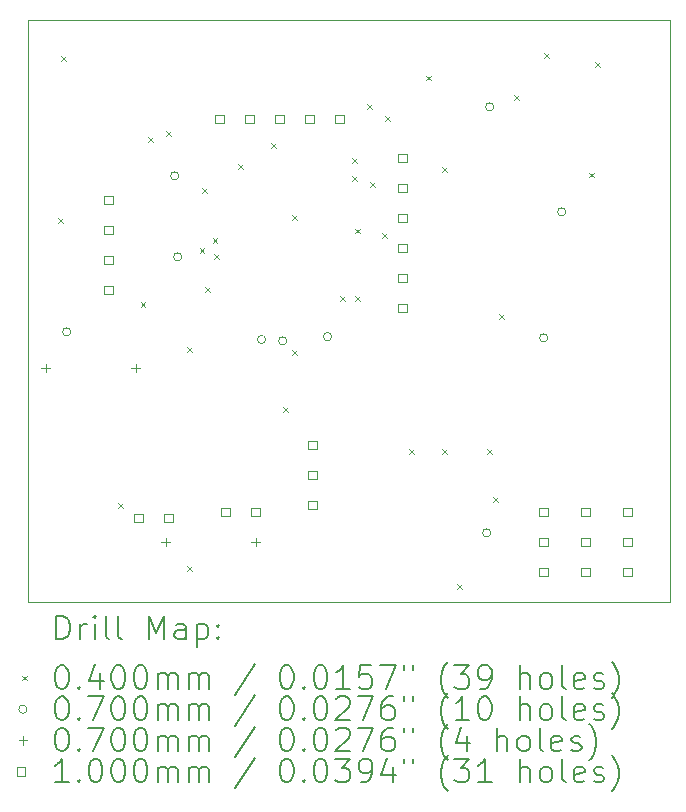
<source format=gbr>
%TF.GenerationSoftware,KiCad,Pcbnew,7.0.1*%
%TF.CreationDate,2023-04-28T23:06:15+02:00*%
%TF.ProjectId,test_ADC_and_CurrentSensors,74657374-5f41-4444-935f-616e645f4375,rev?*%
%TF.SameCoordinates,Original*%
%TF.FileFunction,Drillmap*%
%TF.FilePolarity,Positive*%
%FSLAX45Y45*%
G04 Gerber Fmt 4.5, Leading zero omitted, Abs format (unit mm)*
G04 Created by KiCad (PCBNEW 7.0.1) date 2023-04-28 23:06:15*
%MOMM*%
%LPD*%
G01*
G04 APERTURE LIST*
%ADD10C,0.100000*%
%ADD11C,0.200000*%
%ADD12C,0.040000*%
%ADD13C,0.070000*%
G04 APERTURE END LIST*
D10*
X2413000Y-3073400D02*
X7848600Y-3073400D01*
X7848600Y-8001000D01*
X2413000Y-8001000D01*
X2413000Y-3073400D01*
D11*
D12*
X2672400Y-4755200D02*
X2712400Y-4795200D01*
X2712400Y-4755200D02*
X2672400Y-4795200D01*
X2697800Y-3383600D02*
X2737800Y-3423600D01*
X2737800Y-3383600D02*
X2697800Y-3423600D01*
X3180400Y-7168200D02*
X3220400Y-7208200D01*
X3220400Y-7168200D02*
X3180400Y-7208200D01*
X3370900Y-5466400D02*
X3410900Y-5506400D01*
X3410900Y-5466400D02*
X3370900Y-5506400D01*
X3434400Y-4069400D02*
X3474400Y-4109400D01*
X3474400Y-4069400D02*
X3434400Y-4109400D01*
X3586800Y-4018600D02*
X3626800Y-4058600D01*
X3626800Y-4018600D02*
X3586800Y-4058600D01*
X3764600Y-5847400D02*
X3804600Y-5887400D01*
X3804600Y-5847400D02*
X3764600Y-5887400D01*
X3764600Y-7701600D02*
X3804600Y-7741600D01*
X3804600Y-7701600D02*
X3764600Y-7741600D01*
X3869950Y-5009200D02*
X3909950Y-5049200D01*
X3909950Y-5009200D02*
X3869950Y-5049200D01*
X3891600Y-4501200D02*
X3931600Y-4541200D01*
X3931600Y-4501200D02*
X3891600Y-4541200D01*
X3917000Y-5339400D02*
X3957000Y-5379400D01*
X3957000Y-5339400D02*
X3917000Y-5379400D01*
X3978600Y-4922200D02*
X4018600Y-4962200D01*
X4018600Y-4922200D02*
X3978600Y-4962200D01*
X3993200Y-5060000D02*
X4033200Y-5100000D01*
X4033200Y-5060000D02*
X3993200Y-5100000D01*
X4196400Y-4298000D02*
X4236400Y-4338000D01*
X4236400Y-4298000D02*
X4196400Y-4338000D01*
X4475800Y-4120200D02*
X4515800Y-4160200D01*
X4515800Y-4120200D02*
X4475800Y-4160200D01*
X4577400Y-6355400D02*
X4617400Y-6395400D01*
X4617400Y-6355400D02*
X4577400Y-6395400D01*
X4653600Y-4729800D02*
X4693600Y-4769800D01*
X4693600Y-4729800D02*
X4653600Y-4769800D01*
X4653600Y-5872800D02*
X4693600Y-5912800D01*
X4693600Y-5872800D02*
X4653600Y-5912800D01*
X5060000Y-5415600D02*
X5100000Y-5455600D01*
X5100000Y-5415600D02*
X5060000Y-5455600D01*
X5161600Y-4243817D02*
X5201600Y-4283817D01*
X5201600Y-4243817D02*
X5161600Y-4283817D01*
X5161600Y-4399600D02*
X5201600Y-4439600D01*
X5201600Y-4399600D02*
X5161600Y-4439600D01*
X5187000Y-4842250D02*
X5227000Y-4882250D01*
X5227000Y-4842250D02*
X5187000Y-4882250D01*
X5187000Y-5415600D02*
X5227000Y-5455600D01*
X5227000Y-5415600D02*
X5187000Y-5455600D01*
X5288600Y-3790000D02*
X5328600Y-3830000D01*
X5328600Y-3790000D02*
X5288600Y-3830000D01*
X5314000Y-4450400D02*
X5354000Y-4490400D01*
X5354000Y-4450400D02*
X5314000Y-4490400D01*
X5415600Y-4882200D02*
X5455600Y-4922200D01*
X5455600Y-4882200D02*
X5415600Y-4922200D01*
X5441000Y-3891600D02*
X5481000Y-3931600D01*
X5481000Y-3891600D02*
X5441000Y-3931600D01*
X5644200Y-6711000D02*
X5684200Y-6751000D01*
X5684200Y-6711000D02*
X5644200Y-6751000D01*
X5786250Y-3546350D02*
X5826250Y-3586350D01*
X5826250Y-3546350D02*
X5786250Y-3586350D01*
X5923600Y-4323400D02*
X5963600Y-4363400D01*
X5963600Y-4323400D02*
X5923600Y-4363400D01*
X5923600Y-6711000D02*
X5963600Y-6751000D01*
X5963600Y-6711000D02*
X5923600Y-6751000D01*
X6050600Y-7854000D02*
X6090600Y-7894000D01*
X6090600Y-7854000D02*
X6050600Y-7894000D01*
X6304600Y-6711000D02*
X6344600Y-6751000D01*
X6344600Y-6711000D02*
X6304600Y-6751000D01*
X6355400Y-7117400D02*
X6395400Y-7157400D01*
X6395400Y-7117400D02*
X6355400Y-7157400D01*
X6406200Y-5568000D02*
X6446200Y-5608000D01*
X6446200Y-5568000D02*
X6406200Y-5608000D01*
X6533200Y-3713800D02*
X6573200Y-3753800D01*
X6573200Y-3713800D02*
X6533200Y-3753800D01*
X6785050Y-3356050D02*
X6825050Y-3396050D01*
X6825050Y-3356050D02*
X6785050Y-3396050D01*
X7168200Y-4367200D02*
X7208200Y-4407200D01*
X7208200Y-4367200D02*
X7168200Y-4407200D01*
X7219000Y-3434400D02*
X7259000Y-3474400D01*
X7259000Y-3434400D02*
X7219000Y-3474400D01*
D13*
X2778200Y-5715000D02*
G75*
G03*
X2778200Y-5715000I-35000J0D01*
G01*
X3692600Y-4394200D02*
G75*
G03*
X3692600Y-4394200I-35000J0D01*
G01*
X3718000Y-5080000D02*
G75*
G03*
X3718000Y-5080000I-35000J0D01*
G01*
X4429200Y-5779550D02*
G75*
G03*
X4429200Y-5779550I-35000J0D01*
G01*
X4607000Y-5791200D02*
G75*
G03*
X4607000Y-5791200I-35000J0D01*
G01*
X4988000Y-5756040D02*
G75*
G03*
X4988000Y-5756040I-35000J0D01*
G01*
X6334200Y-7416800D02*
G75*
G03*
X6334200Y-7416800I-35000J0D01*
G01*
X6359600Y-3810000D02*
G75*
G03*
X6359600Y-3810000I-35000J0D01*
G01*
X6816800Y-5765800D02*
G75*
G03*
X6816800Y-5765800I-35000J0D01*
G01*
X6969200Y-4699000D02*
G75*
G03*
X6969200Y-4699000I-35000J0D01*
G01*
X2565400Y-5984800D02*
X2565400Y-6054800D01*
X2530400Y-6019800D02*
X2600400Y-6019800D01*
X3327400Y-5984800D02*
X3327400Y-6054800D01*
X3292400Y-6019800D02*
X3362400Y-6019800D01*
X3581400Y-7458000D02*
X3581400Y-7528000D01*
X3546400Y-7493000D02*
X3616400Y-7493000D01*
X4343400Y-7458000D02*
X4343400Y-7528000D01*
X4308400Y-7493000D02*
X4378400Y-7493000D01*
D10*
X3134156Y-4632756D02*
X3134156Y-4562044D01*
X3063444Y-4562044D01*
X3063444Y-4632756D01*
X3134156Y-4632756D01*
X3134156Y-4886756D02*
X3134156Y-4816044D01*
X3063444Y-4816044D01*
X3063444Y-4886756D01*
X3134156Y-4886756D01*
X3134156Y-5140756D02*
X3134156Y-5070044D01*
X3063444Y-5070044D01*
X3063444Y-5140756D01*
X3134156Y-5140756D01*
X3134156Y-5394756D02*
X3134156Y-5324044D01*
X3063444Y-5324044D01*
X3063444Y-5394756D01*
X3134156Y-5394756D01*
X3387656Y-7325156D02*
X3387656Y-7254444D01*
X3316944Y-7254444D01*
X3316944Y-7325156D01*
X3387656Y-7325156D01*
X3641656Y-7325156D02*
X3641656Y-7254444D01*
X3570944Y-7254444D01*
X3570944Y-7325156D01*
X3641656Y-7325156D01*
X4073956Y-3946956D02*
X4073956Y-3876244D01*
X4003244Y-3876244D01*
X4003244Y-3946956D01*
X4073956Y-3946956D01*
X4124256Y-7274356D02*
X4124256Y-7203644D01*
X4053544Y-7203644D01*
X4053544Y-7274356D01*
X4124256Y-7274356D01*
X4327956Y-3946956D02*
X4327956Y-3876244D01*
X4257244Y-3876244D01*
X4257244Y-3946956D01*
X4327956Y-3946956D01*
X4378256Y-7274356D02*
X4378256Y-7203644D01*
X4307544Y-7203644D01*
X4307544Y-7274356D01*
X4378256Y-7274356D01*
X4581956Y-3946956D02*
X4581956Y-3876244D01*
X4511244Y-3876244D01*
X4511244Y-3946956D01*
X4581956Y-3946956D01*
X4835956Y-3946956D02*
X4835956Y-3876244D01*
X4765244Y-3876244D01*
X4765244Y-3946956D01*
X4835956Y-3946956D01*
X4861356Y-6707556D02*
X4861356Y-6636844D01*
X4790644Y-6636844D01*
X4790644Y-6707556D01*
X4861356Y-6707556D01*
X4861356Y-6961556D02*
X4861356Y-6890844D01*
X4790644Y-6890844D01*
X4790644Y-6961556D01*
X4861356Y-6961556D01*
X4861356Y-7215556D02*
X4861356Y-7144844D01*
X4790644Y-7144844D01*
X4790644Y-7215556D01*
X4861356Y-7215556D01*
X5089956Y-3946956D02*
X5089956Y-3876244D01*
X5019244Y-3876244D01*
X5019244Y-3946956D01*
X5089956Y-3946956D01*
X5623356Y-4277156D02*
X5623356Y-4206444D01*
X5552644Y-4206444D01*
X5552644Y-4277156D01*
X5623356Y-4277156D01*
X5623356Y-4531156D02*
X5623356Y-4460444D01*
X5552644Y-4460444D01*
X5552644Y-4531156D01*
X5623356Y-4531156D01*
X5623356Y-4785156D02*
X5623356Y-4714444D01*
X5552644Y-4714444D01*
X5552644Y-4785156D01*
X5623356Y-4785156D01*
X5623356Y-5039156D02*
X5623356Y-4968444D01*
X5552644Y-4968444D01*
X5552644Y-5039156D01*
X5623356Y-5039156D01*
X5623356Y-5293156D02*
X5623356Y-5222444D01*
X5552644Y-5222444D01*
X5552644Y-5293156D01*
X5623356Y-5293156D01*
X5623356Y-5547156D02*
X5623356Y-5476444D01*
X5552644Y-5476444D01*
X5552644Y-5547156D01*
X5623356Y-5547156D01*
X6817156Y-7274356D02*
X6817156Y-7203644D01*
X6746444Y-7203644D01*
X6746444Y-7274356D01*
X6817156Y-7274356D01*
X6817156Y-7528356D02*
X6817156Y-7457644D01*
X6746444Y-7457644D01*
X6746444Y-7528356D01*
X6817156Y-7528356D01*
X6817156Y-7782356D02*
X6817156Y-7711644D01*
X6746444Y-7711644D01*
X6746444Y-7782356D01*
X6817156Y-7782356D01*
X7172756Y-7274356D02*
X7172756Y-7203644D01*
X7102044Y-7203644D01*
X7102044Y-7274356D01*
X7172756Y-7274356D01*
X7172756Y-7528356D02*
X7172756Y-7457644D01*
X7102044Y-7457644D01*
X7102044Y-7528356D01*
X7172756Y-7528356D01*
X7172756Y-7782356D02*
X7172756Y-7711644D01*
X7102044Y-7711644D01*
X7102044Y-7782356D01*
X7172756Y-7782356D01*
X7528356Y-7274356D02*
X7528356Y-7203644D01*
X7457644Y-7203644D01*
X7457644Y-7274356D01*
X7528356Y-7274356D01*
X7528356Y-7528356D02*
X7528356Y-7457644D01*
X7457644Y-7457644D01*
X7457644Y-7528356D01*
X7528356Y-7528356D01*
X7528356Y-7782356D02*
X7528356Y-7711644D01*
X7457644Y-7711644D01*
X7457644Y-7782356D01*
X7528356Y-7782356D01*
D11*
X2655619Y-8318524D02*
X2655619Y-8118524D01*
X2655619Y-8118524D02*
X2703238Y-8118524D01*
X2703238Y-8118524D02*
X2731810Y-8128048D01*
X2731810Y-8128048D02*
X2750857Y-8147095D01*
X2750857Y-8147095D02*
X2760381Y-8166143D01*
X2760381Y-8166143D02*
X2769905Y-8204238D01*
X2769905Y-8204238D02*
X2769905Y-8232809D01*
X2769905Y-8232809D02*
X2760381Y-8270905D01*
X2760381Y-8270905D02*
X2750857Y-8289952D01*
X2750857Y-8289952D02*
X2731810Y-8309000D01*
X2731810Y-8309000D02*
X2703238Y-8318524D01*
X2703238Y-8318524D02*
X2655619Y-8318524D01*
X2855619Y-8318524D02*
X2855619Y-8185190D01*
X2855619Y-8223286D02*
X2865143Y-8204238D01*
X2865143Y-8204238D02*
X2874667Y-8194714D01*
X2874667Y-8194714D02*
X2893714Y-8185190D01*
X2893714Y-8185190D02*
X2912762Y-8185190D01*
X2979428Y-8318524D02*
X2979428Y-8185190D01*
X2979428Y-8118524D02*
X2969905Y-8128048D01*
X2969905Y-8128048D02*
X2979428Y-8137571D01*
X2979428Y-8137571D02*
X2988952Y-8128048D01*
X2988952Y-8128048D02*
X2979428Y-8118524D01*
X2979428Y-8118524D02*
X2979428Y-8137571D01*
X3103238Y-8318524D02*
X3084190Y-8309000D01*
X3084190Y-8309000D02*
X3074667Y-8289952D01*
X3074667Y-8289952D02*
X3074667Y-8118524D01*
X3208000Y-8318524D02*
X3188952Y-8309000D01*
X3188952Y-8309000D02*
X3179428Y-8289952D01*
X3179428Y-8289952D02*
X3179428Y-8118524D01*
X3436571Y-8318524D02*
X3436571Y-8118524D01*
X3436571Y-8118524D02*
X3503238Y-8261381D01*
X3503238Y-8261381D02*
X3569905Y-8118524D01*
X3569905Y-8118524D02*
X3569905Y-8318524D01*
X3750857Y-8318524D02*
X3750857Y-8213762D01*
X3750857Y-8213762D02*
X3741333Y-8194714D01*
X3741333Y-8194714D02*
X3722286Y-8185190D01*
X3722286Y-8185190D02*
X3684190Y-8185190D01*
X3684190Y-8185190D02*
X3665143Y-8194714D01*
X3750857Y-8309000D02*
X3731809Y-8318524D01*
X3731809Y-8318524D02*
X3684190Y-8318524D01*
X3684190Y-8318524D02*
X3665143Y-8309000D01*
X3665143Y-8309000D02*
X3655619Y-8289952D01*
X3655619Y-8289952D02*
X3655619Y-8270905D01*
X3655619Y-8270905D02*
X3665143Y-8251857D01*
X3665143Y-8251857D02*
X3684190Y-8242333D01*
X3684190Y-8242333D02*
X3731809Y-8242333D01*
X3731809Y-8242333D02*
X3750857Y-8232809D01*
X3846095Y-8185190D02*
X3846095Y-8385190D01*
X3846095Y-8194714D02*
X3865143Y-8185190D01*
X3865143Y-8185190D02*
X3903238Y-8185190D01*
X3903238Y-8185190D02*
X3922286Y-8194714D01*
X3922286Y-8194714D02*
X3931809Y-8204238D01*
X3931809Y-8204238D02*
X3941333Y-8223286D01*
X3941333Y-8223286D02*
X3941333Y-8280428D01*
X3941333Y-8280428D02*
X3931809Y-8299476D01*
X3931809Y-8299476D02*
X3922286Y-8309000D01*
X3922286Y-8309000D02*
X3903238Y-8318524D01*
X3903238Y-8318524D02*
X3865143Y-8318524D01*
X3865143Y-8318524D02*
X3846095Y-8309000D01*
X4027048Y-8299476D02*
X4036571Y-8309000D01*
X4036571Y-8309000D02*
X4027048Y-8318524D01*
X4027048Y-8318524D02*
X4017524Y-8309000D01*
X4017524Y-8309000D02*
X4027048Y-8299476D01*
X4027048Y-8299476D02*
X4027048Y-8318524D01*
X4027048Y-8194714D02*
X4036571Y-8204238D01*
X4036571Y-8204238D02*
X4027048Y-8213762D01*
X4027048Y-8213762D02*
X4017524Y-8204238D01*
X4017524Y-8204238D02*
X4027048Y-8194714D01*
X4027048Y-8194714D02*
X4027048Y-8213762D01*
D12*
X2368000Y-8626000D02*
X2408000Y-8666000D01*
X2408000Y-8626000D02*
X2368000Y-8666000D01*
D11*
X2693714Y-8538524D02*
X2712762Y-8538524D01*
X2712762Y-8538524D02*
X2731810Y-8548048D01*
X2731810Y-8548048D02*
X2741333Y-8557571D01*
X2741333Y-8557571D02*
X2750857Y-8576619D01*
X2750857Y-8576619D02*
X2760381Y-8614714D01*
X2760381Y-8614714D02*
X2760381Y-8662333D01*
X2760381Y-8662333D02*
X2750857Y-8700429D01*
X2750857Y-8700429D02*
X2741333Y-8719476D01*
X2741333Y-8719476D02*
X2731810Y-8729000D01*
X2731810Y-8729000D02*
X2712762Y-8738524D01*
X2712762Y-8738524D02*
X2693714Y-8738524D01*
X2693714Y-8738524D02*
X2674667Y-8729000D01*
X2674667Y-8729000D02*
X2665143Y-8719476D01*
X2665143Y-8719476D02*
X2655619Y-8700429D01*
X2655619Y-8700429D02*
X2646095Y-8662333D01*
X2646095Y-8662333D02*
X2646095Y-8614714D01*
X2646095Y-8614714D02*
X2655619Y-8576619D01*
X2655619Y-8576619D02*
X2665143Y-8557571D01*
X2665143Y-8557571D02*
X2674667Y-8548048D01*
X2674667Y-8548048D02*
X2693714Y-8538524D01*
X2846095Y-8719476D02*
X2855619Y-8729000D01*
X2855619Y-8729000D02*
X2846095Y-8738524D01*
X2846095Y-8738524D02*
X2836571Y-8729000D01*
X2836571Y-8729000D02*
X2846095Y-8719476D01*
X2846095Y-8719476D02*
X2846095Y-8738524D01*
X3027048Y-8605190D02*
X3027048Y-8738524D01*
X2979428Y-8529000D02*
X2931809Y-8671857D01*
X2931809Y-8671857D02*
X3055619Y-8671857D01*
X3169905Y-8538524D02*
X3188952Y-8538524D01*
X3188952Y-8538524D02*
X3208000Y-8548048D01*
X3208000Y-8548048D02*
X3217524Y-8557571D01*
X3217524Y-8557571D02*
X3227048Y-8576619D01*
X3227048Y-8576619D02*
X3236571Y-8614714D01*
X3236571Y-8614714D02*
X3236571Y-8662333D01*
X3236571Y-8662333D02*
X3227048Y-8700429D01*
X3227048Y-8700429D02*
X3217524Y-8719476D01*
X3217524Y-8719476D02*
X3208000Y-8729000D01*
X3208000Y-8729000D02*
X3188952Y-8738524D01*
X3188952Y-8738524D02*
X3169905Y-8738524D01*
X3169905Y-8738524D02*
X3150857Y-8729000D01*
X3150857Y-8729000D02*
X3141333Y-8719476D01*
X3141333Y-8719476D02*
X3131809Y-8700429D01*
X3131809Y-8700429D02*
X3122286Y-8662333D01*
X3122286Y-8662333D02*
X3122286Y-8614714D01*
X3122286Y-8614714D02*
X3131809Y-8576619D01*
X3131809Y-8576619D02*
X3141333Y-8557571D01*
X3141333Y-8557571D02*
X3150857Y-8548048D01*
X3150857Y-8548048D02*
X3169905Y-8538524D01*
X3360381Y-8538524D02*
X3379429Y-8538524D01*
X3379429Y-8538524D02*
X3398476Y-8548048D01*
X3398476Y-8548048D02*
X3408000Y-8557571D01*
X3408000Y-8557571D02*
X3417524Y-8576619D01*
X3417524Y-8576619D02*
X3427048Y-8614714D01*
X3427048Y-8614714D02*
X3427048Y-8662333D01*
X3427048Y-8662333D02*
X3417524Y-8700429D01*
X3417524Y-8700429D02*
X3408000Y-8719476D01*
X3408000Y-8719476D02*
X3398476Y-8729000D01*
X3398476Y-8729000D02*
X3379429Y-8738524D01*
X3379429Y-8738524D02*
X3360381Y-8738524D01*
X3360381Y-8738524D02*
X3341333Y-8729000D01*
X3341333Y-8729000D02*
X3331809Y-8719476D01*
X3331809Y-8719476D02*
X3322286Y-8700429D01*
X3322286Y-8700429D02*
X3312762Y-8662333D01*
X3312762Y-8662333D02*
X3312762Y-8614714D01*
X3312762Y-8614714D02*
X3322286Y-8576619D01*
X3322286Y-8576619D02*
X3331809Y-8557571D01*
X3331809Y-8557571D02*
X3341333Y-8548048D01*
X3341333Y-8548048D02*
X3360381Y-8538524D01*
X3512762Y-8738524D02*
X3512762Y-8605190D01*
X3512762Y-8624238D02*
X3522286Y-8614714D01*
X3522286Y-8614714D02*
X3541333Y-8605190D01*
X3541333Y-8605190D02*
X3569905Y-8605190D01*
X3569905Y-8605190D02*
X3588952Y-8614714D01*
X3588952Y-8614714D02*
X3598476Y-8633762D01*
X3598476Y-8633762D02*
X3598476Y-8738524D01*
X3598476Y-8633762D02*
X3608000Y-8614714D01*
X3608000Y-8614714D02*
X3627048Y-8605190D01*
X3627048Y-8605190D02*
X3655619Y-8605190D01*
X3655619Y-8605190D02*
X3674667Y-8614714D01*
X3674667Y-8614714D02*
X3684190Y-8633762D01*
X3684190Y-8633762D02*
X3684190Y-8738524D01*
X3779429Y-8738524D02*
X3779429Y-8605190D01*
X3779429Y-8624238D02*
X3788952Y-8614714D01*
X3788952Y-8614714D02*
X3808000Y-8605190D01*
X3808000Y-8605190D02*
X3836571Y-8605190D01*
X3836571Y-8605190D02*
X3855619Y-8614714D01*
X3855619Y-8614714D02*
X3865143Y-8633762D01*
X3865143Y-8633762D02*
X3865143Y-8738524D01*
X3865143Y-8633762D02*
X3874667Y-8614714D01*
X3874667Y-8614714D02*
X3893714Y-8605190D01*
X3893714Y-8605190D02*
X3922286Y-8605190D01*
X3922286Y-8605190D02*
X3941333Y-8614714D01*
X3941333Y-8614714D02*
X3950857Y-8633762D01*
X3950857Y-8633762D02*
X3950857Y-8738524D01*
X4341333Y-8529000D02*
X4169905Y-8786143D01*
X4598476Y-8538524D02*
X4617524Y-8538524D01*
X4617524Y-8538524D02*
X4636572Y-8548048D01*
X4636572Y-8548048D02*
X4646095Y-8557571D01*
X4646095Y-8557571D02*
X4655619Y-8576619D01*
X4655619Y-8576619D02*
X4665143Y-8614714D01*
X4665143Y-8614714D02*
X4665143Y-8662333D01*
X4665143Y-8662333D02*
X4655619Y-8700429D01*
X4655619Y-8700429D02*
X4646095Y-8719476D01*
X4646095Y-8719476D02*
X4636572Y-8729000D01*
X4636572Y-8729000D02*
X4617524Y-8738524D01*
X4617524Y-8738524D02*
X4598476Y-8738524D01*
X4598476Y-8738524D02*
X4579429Y-8729000D01*
X4579429Y-8729000D02*
X4569905Y-8719476D01*
X4569905Y-8719476D02*
X4560381Y-8700429D01*
X4560381Y-8700429D02*
X4550857Y-8662333D01*
X4550857Y-8662333D02*
X4550857Y-8614714D01*
X4550857Y-8614714D02*
X4560381Y-8576619D01*
X4560381Y-8576619D02*
X4569905Y-8557571D01*
X4569905Y-8557571D02*
X4579429Y-8548048D01*
X4579429Y-8548048D02*
X4598476Y-8538524D01*
X4750857Y-8719476D02*
X4760381Y-8729000D01*
X4760381Y-8729000D02*
X4750857Y-8738524D01*
X4750857Y-8738524D02*
X4741334Y-8729000D01*
X4741334Y-8729000D02*
X4750857Y-8719476D01*
X4750857Y-8719476D02*
X4750857Y-8738524D01*
X4884191Y-8538524D02*
X4903238Y-8538524D01*
X4903238Y-8538524D02*
X4922286Y-8548048D01*
X4922286Y-8548048D02*
X4931810Y-8557571D01*
X4931810Y-8557571D02*
X4941334Y-8576619D01*
X4941334Y-8576619D02*
X4950857Y-8614714D01*
X4950857Y-8614714D02*
X4950857Y-8662333D01*
X4950857Y-8662333D02*
X4941334Y-8700429D01*
X4941334Y-8700429D02*
X4931810Y-8719476D01*
X4931810Y-8719476D02*
X4922286Y-8729000D01*
X4922286Y-8729000D02*
X4903238Y-8738524D01*
X4903238Y-8738524D02*
X4884191Y-8738524D01*
X4884191Y-8738524D02*
X4865143Y-8729000D01*
X4865143Y-8729000D02*
X4855619Y-8719476D01*
X4855619Y-8719476D02*
X4846095Y-8700429D01*
X4846095Y-8700429D02*
X4836572Y-8662333D01*
X4836572Y-8662333D02*
X4836572Y-8614714D01*
X4836572Y-8614714D02*
X4846095Y-8576619D01*
X4846095Y-8576619D02*
X4855619Y-8557571D01*
X4855619Y-8557571D02*
X4865143Y-8548048D01*
X4865143Y-8548048D02*
X4884191Y-8538524D01*
X5141334Y-8738524D02*
X5027048Y-8738524D01*
X5084191Y-8738524D02*
X5084191Y-8538524D01*
X5084191Y-8538524D02*
X5065143Y-8567095D01*
X5065143Y-8567095D02*
X5046095Y-8586143D01*
X5046095Y-8586143D02*
X5027048Y-8595667D01*
X5322286Y-8538524D02*
X5227048Y-8538524D01*
X5227048Y-8538524D02*
X5217524Y-8633762D01*
X5217524Y-8633762D02*
X5227048Y-8624238D01*
X5227048Y-8624238D02*
X5246095Y-8614714D01*
X5246095Y-8614714D02*
X5293715Y-8614714D01*
X5293715Y-8614714D02*
X5312762Y-8624238D01*
X5312762Y-8624238D02*
X5322286Y-8633762D01*
X5322286Y-8633762D02*
X5331810Y-8652810D01*
X5331810Y-8652810D02*
X5331810Y-8700429D01*
X5331810Y-8700429D02*
X5322286Y-8719476D01*
X5322286Y-8719476D02*
X5312762Y-8729000D01*
X5312762Y-8729000D02*
X5293715Y-8738524D01*
X5293715Y-8738524D02*
X5246095Y-8738524D01*
X5246095Y-8738524D02*
X5227048Y-8729000D01*
X5227048Y-8729000D02*
X5217524Y-8719476D01*
X5398476Y-8538524D02*
X5531810Y-8538524D01*
X5531810Y-8538524D02*
X5446095Y-8738524D01*
X5598476Y-8538524D02*
X5598476Y-8576619D01*
X5674667Y-8538524D02*
X5674667Y-8576619D01*
X5969905Y-8814714D02*
X5960381Y-8805190D01*
X5960381Y-8805190D02*
X5941334Y-8776619D01*
X5941334Y-8776619D02*
X5931810Y-8757571D01*
X5931810Y-8757571D02*
X5922286Y-8729000D01*
X5922286Y-8729000D02*
X5912762Y-8681381D01*
X5912762Y-8681381D02*
X5912762Y-8643286D01*
X5912762Y-8643286D02*
X5922286Y-8595667D01*
X5922286Y-8595667D02*
X5931810Y-8567095D01*
X5931810Y-8567095D02*
X5941334Y-8548048D01*
X5941334Y-8548048D02*
X5960381Y-8519476D01*
X5960381Y-8519476D02*
X5969905Y-8509952D01*
X6027048Y-8538524D02*
X6150857Y-8538524D01*
X6150857Y-8538524D02*
X6084191Y-8614714D01*
X6084191Y-8614714D02*
X6112762Y-8614714D01*
X6112762Y-8614714D02*
X6131810Y-8624238D01*
X6131810Y-8624238D02*
X6141334Y-8633762D01*
X6141334Y-8633762D02*
X6150857Y-8652810D01*
X6150857Y-8652810D02*
X6150857Y-8700429D01*
X6150857Y-8700429D02*
X6141334Y-8719476D01*
X6141334Y-8719476D02*
X6131810Y-8729000D01*
X6131810Y-8729000D02*
X6112762Y-8738524D01*
X6112762Y-8738524D02*
X6055619Y-8738524D01*
X6055619Y-8738524D02*
X6036572Y-8729000D01*
X6036572Y-8729000D02*
X6027048Y-8719476D01*
X6246095Y-8738524D02*
X6284191Y-8738524D01*
X6284191Y-8738524D02*
X6303238Y-8729000D01*
X6303238Y-8729000D02*
X6312762Y-8719476D01*
X6312762Y-8719476D02*
X6331810Y-8690905D01*
X6331810Y-8690905D02*
X6341334Y-8652810D01*
X6341334Y-8652810D02*
X6341334Y-8576619D01*
X6341334Y-8576619D02*
X6331810Y-8557571D01*
X6331810Y-8557571D02*
X6322286Y-8548048D01*
X6322286Y-8548048D02*
X6303238Y-8538524D01*
X6303238Y-8538524D02*
X6265143Y-8538524D01*
X6265143Y-8538524D02*
X6246095Y-8548048D01*
X6246095Y-8548048D02*
X6236572Y-8557571D01*
X6236572Y-8557571D02*
X6227048Y-8576619D01*
X6227048Y-8576619D02*
X6227048Y-8624238D01*
X6227048Y-8624238D02*
X6236572Y-8643286D01*
X6236572Y-8643286D02*
X6246095Y-8652810D01*
X6246095Y-8652810D02*
X6265143Y-8662333D01*
X6265143Y-8662333D02*
X6303238Y-8662333D01*
X6303238Y-8662333D02*
X6322286Y-8652810D01*
X6322286Y-8652810D02*
X6331810Y-8643286D01*
X6331810Y-8643286D02*
X6341334Y-8624238D01*
X6579429Y-8738524D02*
X6579429Y-8538524D01*
X6665143Y-8738524D02*
X6665143Y-8633762D01*
X6665143Y-8633762D02*
X6655619Y-8614714D01*
X6655619Y-8614714D02*
X6636572Y-8605190D01*
X6636572Y-8605190D02*
X6608000Y-8605190D01*
X6608000Y-8605190D02*
X6588953Y-8614714D01*
X6588953Y-8614714D02*
X6579429Y-8624238D01*
X6788953Y-8738524D02*
X6769905Y-8729000D01*
X6769905Y-8729000D02*
X6760381Y-8719476D01*
X6760381Y-8719476D02*
X6750857Y-8700429D01*
X6750857Y-8700429D02*
X6750857Y-8643286D01*
X6750857Y-8643286D02*
X6760381Y-8624238D01*
X6760381Y-8624238D02*
X6769905Y-8614714D01*
X6769905Y-8614714D02*
X6788953Y-8605190D01*
X6788953Y-8605190D02*
X6817524Y-8605190D01*
X6817524Y-8605190D02*
X6836572Y-8614714D01*
X6836572Y-8614714D02*
X6846096Y-8624238D01*
X6846096Y-8624238D02*
X6855619Y-8643286D01*
X6855619Y-8643286D02*
X6855619Y-8700429D01*
X6855619Y-8700429D02*
X6846096Y-8719476D01*
X6846096Y-8719476D02*
X6836572Y-8729000D01*
X6836572Y-8729000D02*
X6817524Y-8738524D01*
X6817524Y-8738524D02*
X6788953Y-8738524D01*
X6969905Y-8738524D02*
X6950857Y-8729000D01*
X6950857Y-8729000D02*
X6941334Y-8709952D01*
X6941334Y-8709952D02*
X6941334Y-8538524D01*
X7122286Y-8729000D02*
X7103238Y-8738524D01*
X7103238Y-8738524D02*
X7065143Y-8738524D01*
X7065143Y-8738524D02*
X7046096Y-8729000D01*
X7046096Y-8729000D02*
X7036572Y-8709952D01*
X7036572Y-8709952D02*
X7036572Y-8633762D01*
X7036572Y-8633762D02*
X7046096Y-8614714D01*
X7046096Y-8614714D02*
X7065143Y-8605190D01*
X7065143Y-8605190D02*
X7103238Y-8605190D01*
X7103238Y-8605190D02*
X7122286Y-8614714D01*
X7122286Y-8614714D02*
X7131810Y-8633762D01*
X7131810Y-8633762D02*
X7131810Y-8652810D01*
X7131810Y-8652810D02*
X7036572Y-8671857D01*
X7208000Y-8729000D02*
X7227048Y-8738524D01*
X7227048Y-8738524D02*
X7265143Y-8738524D01*
X7265143Y-8738524D02*
X7284191Y-8729000D01*
X7284191Y-8729000D02*
X7293715Y-8709952D01*
X7293715Y-8709952D02*
X7293715Y-8700429D01*
X7293715Y-8700429D02*
X7284191Y-8681381D01*
X7284191Y-8681381D02*
X7265143Y-8671857D01*
X7265143Y-8671857D02*
X7236572Y-8671857D01*
X7236572Y-8671857D02*
X7217524Y-8662333D01*
X7217524Y-8662333D02*
X7208000Y-8643286D01*
X7208000Y-8643286D02*
X7208000Y-8633762D01*
X7208000Y-8633762D02*
X7217524Y-8614714D01*
X7217524Y-8614714D02*
X7236572Y-8605190D01*
X7236572Y-8605190D02*
X7265143Y-8605190D01*
X7265143Y-8605190D02*
X7284191Y-8614714D01*
X7360381Y-8814714D02*
X7369905Y-8805190D01*
X7369905Y-8805190D02*
X7388953Y-8776619D01*
X7388953Y-8776619D02*
X7398477Y-8757571D01*
X7398477Y-8757571D02*
X7408000Y-8729000D01*
X7408000Y-8729000D02*
X7417524Y-8681381D01*
X7417524Y-8681381D02*
X7417524Y-8643286D01*
X7417524Y-8643286D02*
X7408000Y-8595667D01*
X7408000Y-8595667D02*
X7398477Y-8567095D01*
X7398477Y-8567095D02*
X7388953Y-8548048D01*
X7388953Y-8548048D02*
X7369905Y-8519476D01*
X7369905Y-8519476D02*
X7360381Y-8509952D01*
D13*
X2408000Y-8910000D02*
G75*
G03*
X2408000Y-8910000I-35000J0D01*
G01*
D11*
X2693714Y-8802524D02*
X2712762Y-8802524D01*
X2712762Y-8802524D02*
X2731810Y-8812048D01*
X2731810Y-8812048D02*
X2741333Y-8821571D01*
X2741333Y-8821571D02*
X2750857Y-8840619D01*
X2750857Y-8840619D02*
X2760381Y-8878714D01*
X2760381Y-8878714D02*
X2760381Y-8926333D01*
X2760381Y-8926333D02*
X2750857Y-8964429D01*
X2750857Y-8964429D02*
X2741333Y-8983476D01*
X2741333Y-8983476D02*
X2731810Y-8993000D01*
X2731810Y-8993000D02*
X2712762Y-9002524D01*
X2712762Y-9002524D02*
X2693714Y-9002524D01*
X2693714Y-9002524D02*
X2674667Y-8993000D01*
X2674667Y-8993000D02*
X2665143Y-8983476D01*
X2665143Y-8983476D02*
X2655619Y-8964429D01*
X2655619Y-8964429D02*
X2646095Y-8926333D01*
X2646095Y-8926333D02*
X2646095Y-8878714D01*
X2646095Y-8878714D02*
X2655619Y-8840619D01*
X2655619Y-8840619D02*
X2665143Y-8821571D01*
X2665143Y-8821571D02*
X2674667Y-8812048D01*
X2674667Y-8812048D02*
X2693714Y-8802524D01*
X2846095Y-8983476D02*
X2855619Y-8993000D01*
X2855619Y-8993000D02*
X2846095Y-9002524D01*
X2846095Y-9002524D02*
X2836571Y-8993000D01*
X2836571Y-8993000D02*
X2846095Y-8983476D01*
X2846095Y-8983476D02*
X2846095Y-9002524D01*
X2922286Y-8802524D02*
X3055619Y-8802524D01*
X3055619Y-8802524D02*
X2969905Y-9002524D01*
X3169905Y-8802524D02*
X3188952Y-8802524D01*
X3188952Y-8802524D02*
X3208000Y-8812048D01*
X3208000Y-8812048D02*
X3217524Y-8821571D01*
X3217524Y-8821571D02*
X3227048Y-8840619D01*
X3227048Y-8840619D02*
X3236571Y-8878714D01*
X3236571Y-8878714D02*
X3236571Y-8926333D01*
X3236571Y-8926333D02*
X3227048Y-8964429D01*
X3227048Y-8964429D02*
X3217524Y-8983476D01*
X3217524Y-8983476D02*
X3208000Y-8993000D01*
X3208000Y-8993000D02*
X3188952Y-9002524D01*
X3188952Y-9002524D02*
X3169905Y-9002524D01*
X3169905Y-9002524D02*
X3150857Y-8993000D01*
X3150857Y-8993000D02*
X3141333Y-8983476D01*
X3141333Y-8983476D02*
X3131809Y-8964429D01*
X3131809Y-8964429D02*
X3122286Y-8926333D01*
X3122286Y-8926333D02*
X3122286Y-8878714D01*
X3122286Y-8878714D02*
X3131809Y-8840619D01*
X3131809Y-8840619D02*
X3141333Y-8821571D01*
X3141333Y-8821571D02*
X3150857Y-8812048D01*
X3150857Y-8812048D02*
X3169905Y-8802524D01*
X3360381Y-8802524D02*
X3379429Y-8802524D01*
X3379429Y-8802524D02*
X3398476Y-8812048D01*
X3398476Y-8812048D02*
X3408000Y-8821571D01*
X3408000Y-8821571D02*
X3417524Y-8840619D01*
X3417524Y-8840619D02*
X3427048Y-8878714D01*
X3427048Y-8878714D02*
X3427048Y-8926333D01*
X3427048Y-8926333D02*
X3417524Y-8964429D01*
X3417524Y-8964429D02*
X3408000Y-8983476D01*
X3408000Y-8983476D02*
X3398476Y-8993000D01*
X3398476Y-8993000D02*
X3379429Y-9002524D01*
X3379429Y-9002524D02*
X3360381Y-9002524D01*
X3360381Y-9002524D02*
X3341333Y-8993000D01*
X3341333Y-8993000D02*
X3331809Y-8983476D01*
X3331809Y-8983476D02*
X3322286Y-8964429D01*
X3322286Y-8964429D02*
X3312762Y-8926333D01*
X3312762Y-8926333D02*
X3312762Y-8878714D01*
X3312762Y-8878714D02*
X3322286Y-8840619D01*
X3322286Y-8840619D02*
X3331809Y-8821571D01*
X3331809Y-8821571D02*
X3341333Y-8812048D01*
X3341333Y-8812048D02*
X3360381Y-8802524D01*
X3512762Y-9002524D02*
X3512762Y-8869190D01*
X3512762Y-8888238D02*
X3522286Y-8878714D01*
X3522286Y-8878714D02*
X3541333Y-8869190D01*
X3541333Y-8869190D02*
X3569905Y-8869190D01*
X3569905Y-8869190D02*
X3588952Y-8878714D01*
X3588952Y-8878714D02*
X3598476Y-8897762D01*
X3598476Y-8897762D02*
X3598476Y-9002524D01*
X3598476Y-8897762D02*
X3608000Y-8878714D01*
X3608000Y-8878714D02*
X3627048Y-8869190D01*
X3627048Y-8869190D02*
X3655619Y-8869190D01*
X3655619Y-8869190D02*
X3674667Y-8878714D01*
X3674667Y-8878714D02*
X3684190Y-8897762D01*
X3684190Y-8897762D02*
X3684190Y-9002524D01*
X3779429Y-9002524D02*
X3779429Y-8869190D01*
X3779429Y-8888238D02*
X3788952Y-8878714D01*
X3788952Y-8878714D02*
X3808000Y-8869190D01*
X3808000Y-8869190D02*
X3836571Y-8869190D01*
X3836571Y-8869190D02*
X3855619Y-8878714D01*
X3855619Y-8878714D02*
X3865143Y-8897762D01*
X3865143Y-8897762D02*
X3865143Y-9002524D01*
X3865143Y-8897762D02*
X3874667Y-8878714D01*
X3874667Y-8878714D02*
X3893714Y-8869190D01*
X3893714Y-8869190D02*
X3922286Y-8869190D01*
X3922286Y-8869190D02*
X3941333Y-8878714D01*
X3941333Y-8878714D02*
X3950857Y-8897762D01*
X3950857Y-8897762D02*
X3950857Y-9002524D01*
X4341333Y-8793000D02*
X4169905Y-9050143D01*
X4598476Y-8802524D02*
X4617524Y-8802524D01*
X4617524Y-8802524D02*
X4636572Y-8812048D01*
X4636572Y-8812048D02*
X4646095Y-8821571D01*
X4646095Y-8821571D02*
X4655619Y-8840619D01*
X4655619Y-8840619D02*
X4665143Y-8878714D01*
X4665143Y-8878714D02*
X4665143Y-8926333D01*
X4665143Y-8926333D02*
X4655619Y-8964429D01*
X4655619Y-8964429D02*
X4646095Y-8983476D01*
X4646095Y-8983476D02*
X4636572Y-8993000D01*
X4636572Y-8993000D02*
X4617524Y-9002524D01*
X4617524Y-9002524D02*
X4598476Y-9002524D01*
X4598476Y-9002524D02*
X4579429Y-8993000D01*
X4579429Y-8993000D02*
X4569905Y-8983476D01*
X4569905Y-8983476D02*
X4560381Y-8964429D01*
X4560381Y-8964429D02*
X4550857Y-8926333D01*
X4550857Y-8926333D02*
X4550857Y-8878714D01*
X4550857Y-8878714D02*
X4560381Y-8840619D01*
X4560381Y-8840619D02*
X4569905Y-8821571D01*
X4569905Y-8821571D02*
X4579429Y-8812048D01*
X4579429Y-8812048D02*
X4598476Y-8802524D01*
X4750857Y-8983476D02*
X4760381Y-8993000D01*
X4760381Y-8993000D02*
X4750857Y-9002524D01*
X4750857Y-9002524D02*
X4741334Y-8993000D01*
X4741334Y-8993000D02*
X4750857Y-8983476D01*
X4750857Y-8983476D02*
X4750857Y-9002524D01*
X4884191Y-8802524D02*
X4903238Y-8802524D01*
X4903238Y-8802524D02*
X4922286Y-8812048D01*
X4922286Y-8812048D02*
X4931810Y-8821571D01*
X4931810Y-8821571D02*
X4941334Y-8840619D01*
X4941334Y-8840619D02*
X4950857Y-8878714D01*
X4950857Y-8878714D02*
X4950857Y-8926333D01*
X4950857Y-8926333D02*
X4941334Y-8964429D01*
X4941334Y-8964429D02*
X4931810Y-8983476D01*
X4931810Y-8983476D02*
X4922286Y-8993000D01*
X4922286Y-8993000D02*
X4903238Y-9002524D01*
X4903238Y-9002524D02*
X4884191Y-9002524D01*
X4884191Y-9002524D02*
X4865143Y-8993000D01*
X4865143Y-8993000D02*
X4855619Y-8983476D01*
X4855619Y-8983476D02*
X4846095Y-8964429D01*
X4846095Y-8964429D02*
X4836572Y-8926333D01*
X4836572Y-8926333D02*
X4836572Y-8878714D01*
X4836572Y-8878714D02*
X4846095Y-8840619D01*
X4846095Y-8840619D02*
X4855619Y-8821571D01*
X4855619Y-8821571D02*
X4865143Y-8812048D01*
X4865143Y-8812048D02*
X4884191Y-8802524D01*
X5027048Y-8821571D02*
X5036572Y-8812048D01*
X5036572Y-8812048D02*
X5055619Y-8802524D01*
X5055619Y-8802524D02*
X5103238Y-8802524D01*
X5103238Y-8802524D02*
X5122286Y-8812048D01*
X5122286Y-8812048D02*
X5131810Y-8821571D01*
X5131810Y-8821571D02*
X5141334Y-8840619D01*
X5141334Y-8840619D02*
X5141334Y-8859667D01*
X5141334Y-8859667D02*
X5131810Y-8888238D01*
X5131810Y-8888238D02*
X5017524Y-9002524D01*
X5017524Y-9002524D02*
X5141334Y-9002524D01*
X5208000Y-8802524D02*
X5341334Y-8802524D01*
X5341334Y-8802524D02*
X5255619Y-9002524D01*
X5503238Y-8802524D02*
X5465143Y-8802524D01*
X5465143Y-8802524D02*
X5446095Y-8812048D01*
X5446095Y-8812048D02*
X5436572Y-8821571D01*
X5436572Y-8821571D02*
X5417524Y-8850143D01*
X5417524Y-8850143D02*
X5408000Y-8888238D01*
X5408000Y-8888238D02*
X5408000Y-8964429D01*
X5408000Y-8964429D02*
X5417524Y-8983476D01*
X5417524Y-8983476D02*
X5427048Y-8993000D01*
X5427048Y-8993000D02*
X5446095Y-9002524D01*
X5446095Y-9002524D02*
X5484191Y-9002524D01*
X5484191Y-9002524D02*
X5503238Y-8993000D01*
X5503238Y-8993000D02*
X5512762Y-8983476D01*
X5512762Y-8983476D02*
X5522286Y-8964429D01*
X5522286Y-8964429D02*
X5522286Y-8916810D01*
X5522286Y-8916810D02*
X5512762Y-8897762D01*
X5512762Y-8897762D02*
X5503238Y-8888238D01*
X5503238Y-8888238D02*
X5484191Y-8878714D01*
X5484191Y-8878714D02*
X5446095Y-8878714D01*
X5446095Y-8878714D02*
X5427048Y-8888238D01*
X5427048Y-8888238D02*
X5417524Y-8897762D01*
X5417524Y-8897762D02*
X5408000Y-8916810D01*
X5598476Y-8802524D02*
X5598476Y-8840619D01*
X5674667Y-8802524D02*
X5674667Y-8840619D01*
X5969905Y-9078714D02*
X5960381Y-9069190D01*
X5960381Y-9069190D02*
X5941334Y-9040619D01*
X5941334Y-9040619D02*
X5931810Y-9021571D01*
X5931810Y-9021571D02*
X5922286Y-8993000D01*
X5922286Y-8993000D02*
X5912762Y-8945381D01*
X5912762Y-8945381D02*
X5912762Y-8907286D01*
X5912762Y-8907286D02*
X5922286Y-8859667D01*
X5922286Y-8859667D02*
X5931810Y-8831095D01*
X5931810Y-8831095D02*
X5941334Y-8812048D01*
X5941334Y-8812048D02*
X5960381Y-8783476D01*
X5960381Y-8783476D02*
X5969905Y-8773952D01*
X6150857Y-9002524D02*
X6036572Y-9002524D01*
X6093714Y-9002524D02*
X6093714Y-8802524D01*
X6093714Y-8802524D02*
X6074667Y-8831095D01*
X6074667Y-8831095D02*
X6055619Y-8850143D01*
X6055619Y-8850143D02*
X6036572Y-8859667D01*
X6274667Y-8802524D02*
X6293715Y-8802524D01*
X6293715Y-8802524D02*
X6312762Y-8812048D01*
X6312762Y-8812048D02*
X6322286Y-8821571D01*
X6322286Y-8821571D02*
X6331810Y-8840619D01*
X6331810Y-8840619D02*
X6341334Y-8878714D01*
X6341334Y-8878714D02*
X6341334Y-8926333D01*
X6341334Y-8926333D02*
X6331810Y-8964429D01*
X6331810Y-8964429D02*
X6322286Y-8983476D01*
X6322286Y-8983476D02*
X6312762Y-8993000D01*
X6312762Y-8993000D02*
X6293715Y-9002524D01*
X6293715Y-9002524D02*
X6274667Y-9002524D01*
X6274667Y-9002524D02*
X6255619Y-8993000D01*
X6255619Y-8993000D02*
X6246095Y-8983476D01*
X6246095Y-8983476D02*
X6236572Y-8964429D01*
X6236572Y-8964429D02*
X6227048Y-8926333D01*
X6227048Y-8926333D02*
X6227048Y-8878714D01*
X6227048Y-8878714D02*
X6236572Y-8840619D01*
X6236572Y-8840619D02*
X6246095Y-8821571D01*
X6246095Y-8821571D02*
X6255619Y-8812048D01*
X6255619Y-8812048D02*
X6274667Y-8802524D01*
X6579429Y-9002524D02*
X6579429Y-8802524D01*
X6665143Y-9002524D02*
X6665143Y-8897762D01*
X6665143Y-8897762D02*
X6655619Y-8878714D01*
X6655619Y-8878714D02*
X6636572Y-8869190D01*
X6636572Y-8869190D02*
X6608000Y-8869190D01*
X6608000Y-8869190D02*
X6588953Y-8878714D01*
X6588953Y-8878714D02*
X6579429Y-8888238D01*
X6788953Y-9002524D02*
X6769905Y-8993000D01*
X6769905Y-8993000D02*
X6760381Y-8983476D01*
X6760381Y-8983476D02*
X6750857Y-8964429D01*
X6750857Y-8964429D02*
X6750857Y-8907286D01*
X6750857Y-8907286D02*
X6760381Y-8888238D01*
X6760381Y-8888238D02*
X6769905Y-8878714D01*
X6769905Y-8878714D02*
X6788953Y-8869190D01*
X6788953Y-8869190D02*
X6817524Y-8869190D01*
X6817524Y-8869190D02*
X6836572Y-8878714D01*
X6836572Y-8878714D02*
X6846096Y-8888238D01*
X6846096Y-8888238D02*
X6855619Y-8907286D01*
X6855619Y-8907286D02*
X6855619Y-8964429D01*
X6855619Y-8964429D02*
X6846096Y-8983476D01*
X6846096Y-8983476D02*
X6836572Y-8993000D01*
X6836572Y-8993000D02*
X6817524Y-9002524D01*
X6817524Y-9002524D02*
X6788953Y-9002524D01*
X6969905Y-9002524D02*
X6950857Y-8993000D01*
X6950857Y-8993000D02*
X6941334Y-8973952D01*
X6941334Y-8973952D02*
X6941334Y-8802524D01*
X7122286Y-8993000D02*
X7103238Y-9002524D01*
X7103238Y-9002524D02*
X7065143Y-9002524D01*
X7065143Y-9002524D02*
X7046096Y-8993000D01*
X7046096Y-8993000D02*
X7036572Y-8973952D01*
X7036572Y-8973952D02*
X7036572Y-8897762D01*
X7036572Y-8897762D02*
X7046096Y-8878714D01*
X7046096Y-8878714D02*
X7065143Y-8869190D01*
X7065143Y-8869190D02*
X7103238Y-8869190D01*
X7103238Y-8869190D02*
X7122286Y-8878714D01*
X7122286Y-8878714D02*
X7131810Y-8897762D01*
X7131810Y-8897762D02*
X7131810Y-8916810D01*
X7131810Y-8916810D02*
X7036572Y-8935857D01*
X7208000Y-8993000D02*
X7227048Y-9002524D01*
X7227048Y-9002524D02*
X7265143Y-9002524D01*
X7265143Y-9002524D02*
X7284191Y-8993000D01*
X7284191Y-8993000D02*
X7293715Y-8973952D01*
X7293715Y-8973952D02*
X7293715Y-8964429D01*
X7293715Y-8964429D02*
X7284191Y-8945381D01*
X7284191Y-8945381D02*
X7265143Y-8935857D01*
X7265143Y-8935857D02*
X7236572Y-8935857D01*
X7236572Y-8935857D02*
X7217524Y-8926333D01*
X7217524Y-8926333D02*
X7208000Y-8907286D01*
X7208000Y-8907286D02*
X7208000Y-8897762D01*
X7208000Y-8897762D02*
X7217524Y-8878714D01*
X7217524Y-8878714D02*
X7236572Y-8869190D01*
X7236572Y-8869190D02*
X7265143Y-8869190D01*
X7265143Y-8869190D02*
X7284191Y-8878714D01*
X7360381Y-9078714D02*
X7369905Y-9069190D01*
X7369905Y-9069190D02*
X7388953Y-9040619D01*
X7388953Y-9040619D02*
X7398477Y-9021571D01*
X7398477Y-9021571D02*
X7408000Y-8993000D01*
X7408000Y-8993000D02*
X7417524Y-8945381D01*
X7417524Y-8945381D02*
X7417524Y-8907286D01*
X7417524Y-8907286D02*
X7408000Y-8859667D01*
X7408000Y-8859667D02*
X7398477Y-8831095D01*
X7398477Y-8831095D02*
X7388953Y-8812048D01*
X7388953Y-8812048D02*
X7369905Y-8783476D01*
X7369905Y-8783476D02*
X7360381Y-8773952D01*
D13*
X2373000Y-9139000D02*
X2373000Y-9209000D01*
X2338000Y-9174000D02*
X2408000Y-9174000D01*
D11*
X2693714Y-9066524D02*
X2712762Y-9066524D01*
X2712762Y-9066524D02*
X2731810Y-9076048D01*
X2731810Y-9076048D02*
X2741333Y-9085571D01*
X2741333Y-9085571D02*
X2750857Y-9104619D01*
X2750857Y-9104619D02*
X2760381Y-9142714D01*
X2760381Y-9142714D02*
X2760381Y-9190333D01*
X2760381Y-9190333D02*
X2750857Y-9228429D01*
X2750857Y-9228429D02*
X2741333Y-9247476D01*
X2741333Y-9247476D02*
X2731810Y-9257000D01*
X2731810Y-9257000D02*
X2712762Y-9266524D01*
X2712762Y-9266524D02*
X2693714Y-9266524D01*
X2693714Y-9266524D02*
X2674667Y-9257000D01*
X2674667Y-9257000D02*
X2665143Y-9247476D01*
X2665143Y-9247476D02*
X2655619Y-9228429D01*
X2655619Y-9228429D02*
X2646095Y-9190333D01*
X2646095Y-9190333D02*
X2646095Y-9142714D01*
X2646095Y-9142714D02*
X2655619Y-9104619D01*
X2655619Y-9104619D02*
X2665143Y-9085571D01*
X2665143Y-9085571D02*
X2674667Y-9076048D01*
X2674667Y-9076048D02*
X2693714Y-9066524D01*
X2846095Y-9247476D02*
X2855619Y-9257000D01*
X2855619Y-9257000D02*
X2846095Y-9266524D01*
X2846095Y-9266524D02*
X2836571Y-9257000D01*
X2836571Y-9257000D02*
X2846095Y-9247476D01*
X2846095Y-9247476D02*
X2846095Y-9266524D01*
X2922286Y-9066524D02*
X3055619Y-9066524D01*
X3055619Y-9066524D02*
X2969905Y-9266524D01*
X3169905Y-9066524D02*
X3188952Y-9066524D01*
X3188952Y-9066524D02*
X3208000Y-9076048D01*
X3208000Y-9076048D02*
X3217524Y-9085571D01*
X3217524Y-9085571D02*
X3227048Y-9104619D01*
X3227048Y-9104619D02*
X3236571Y-9142714D01*
X3236571Y-9142714D02*
X3236571Y-9190333D01*
X3236571Y-9190333D02*
X3227048Y-9228429D01*
X3227048Y-9228429D02*
X3217524Y-9247476D01*
X3217524Y-9247476D02*
X3208000Y-9257000D01*
X3208000Y-9257000D02*
X3188952Y-9266524D01*
X3188952Y-9266524D02*
X3169905Y-9266524D01*
X3169905Y-9266524D02*
X3150857Y-9257000D01*
X3150857Y-9257000D02*
X3141333Y-9247476D01*
X3141333Y-9247476D02*
X3131809Y-9228429D01*
X3131809Y-9228429D02*
X3122286Y-9190333D01*
X3122286Y-9190333D02*
X3122286Y-9142714D01*
X3122286Y-9142714D02*
X3131809Y-9104619D01*
X3131809Y-9104619D02*
X3141333Y-9085571D01*
X3141333Y-9085571D02*
X3150857Y-9076048D01*
X3150857Y-9076048D02*
X3169905Y-9066524D01*
X3360381Y-9066524D02*
X3379429Y-9066524D01*
X3379429Y-9066524D02*
X3398476Y-9076048D01*
X3398476Y-9076048D02*
X3408000Y-9085571D01*
X3408000Y-9085571D02*
X3417524Y-9104619D01*
X3417524Y-9104619D02*
X3427048Y-9142714D01*
X3427048Y-9142714D02*
X3427048Y-9190333D01*
X3427048Y-9190333D02*
X3417524Y-9228429D01*
X3417524Y-9228429D02*
X3408000Y-9247476D01*
X3408000Y-9247476D02*
X3398476Y-9257000D01*
X3398476Y-9257000D02*
X3379429Y-9266524D01*
X3379429Y-9266524D02*
X3360381Y-9266524D01*
X3360381Y-9266524D02*
X3341333Y-9257000D01*
X3341333Y-9257000D02*
X3331809Y-9247476D01*
X3331809Y-9247476D02*
X3322286Y-9228429D01*
X3322286Y-9228429D02*
X3312762Y-9190333D01*
X3312762Y-9190333D02*
X3312762Y-9142714D01*
X3312762Y-9142714D02*
X3322286Y-9104619D01*
X3322286Y-9104619D02*
X3331809Y-9085571D01*
X3331809Y-9085571D02*
X3341333Y-9076048D01*
X3341333Y-9076048D02*
X3360381Y-9066524D01*
X3512762Y-9266524D02*
X3512762Y-9133190D01*
X3512762Y-9152238D02*
X3522286Y-9142714D01*
X3522286Y-9142714D02*
X3541333Y-9133190D01*
X3541333Y-9133190D02*
X3569905Y-9133190D01*
X3569905Y-9133190D02*
X3588952Y-9142714D01*
X3588952Y-9142714D02*
X3598476Y-9161762D01*
X3598476Y-9161762D02*
X3598476Y-9266524D01*
X3598476Y-9161762D02*
X3608000Y-9142714D01*
X3608000Y-9142714D02*
X3627048Y-9133190D01*
X3627048Y-9133190D02*
X3655619Y-9133190D01*
X3655619Y-9133190D02*
X3674667Y-9142714D01*
X3674667Y-9142714D02*
X3684190Y-9161762D01*
X3684190Y-9161762D02*
X3684190Y-9266524D01*
X3779429Y-9266524D02*
X3779429Y-9133190D01*
X3779429Y-9152238D02*
X3788952Y-9142714D01*
X3788952Y-9142714D02*
X3808000Y-9133190D01*
X3808000Y-9133190D02*
X3836571Y-9133190D01*
X3836571Y-9133190D02*
X3855619Y-9142714D01*
X3855619Y-9142714D02*
X3865143Y-9161762D01*
X3865143Y-9161762D02*
X3865143Y-9266524D01*
X3865143Y-9161762D02*
X3874667Y-9142714D01*
X3874667Y-9142714D02*
X3893714Y-9133190D01*
X3893714Y-9133190D02*
X3922286Y-9133190D01*
X3922286Y-9133190D02*
X3941333Y-9142714D01*
X3941333Y-9142714D02*
X3950857Y-9161762D01*
X3950857Y-9161762D02*
X3950857Y-9266524D01*
X4341333Y-9057000D02*
X4169905Y-9314143D01*
X4598476Y-9066524D02*
X4617524Y-9066524D01*
X4617524Y-9066524D02*
X4636572Y-9076048D01*
X4636572Y-9076048D02*
X4646095Y-9085571D01*
X4646095Y-9085571D02*
X4655619Y-9104619D01*
X4655619Y-9104619D02*
X4665143Y-9142714D01*
X4665143Y-9142714D02*
X4665143Y-9190333D01*
X4665143Y-9190333D02*
X4655619Y-9228429D01*
X4655619Y-9228429D02*
X4646095Y-9247476D01*
X4646095Y-9247476D02*
X4636572Y-9257000D01*
X4636572Y-9257000D02*
X4617524Y-9266524D01*
X4617524Y-9266524D02*
X4598476Y-9266524D01*
X4598476Y-9266524D02*
X4579429Y-9257000D01*
X4579429Y-9257000D02*
X4569905Y-9247476D01*
X4569905Y-9247476D02*
X4560381Y-9228429D01*
X4560381Y-9228429D02*
X4550857Y-9190333D01*
X4550857Y-9190333D02*
X4550857Y-9142714D01*
X4550857Y-9142714D02*
X4560381Y-9104619D01*
X4560381Y-9104619D02*
X4569905Y-9085571D01*
X4569905Y-9085571D02*
X4579429Y-9076048D01*
X4579429Y-9076048D02*
X4598476Y-9066524D01*
X4750857Y-9247476D02*
X4760381Y-9257000D01*
X4760381Y-9257000D02*
X4750857Y-9266524D01*
X4750857Y-9266524D02*
X4741334Y-9257000D01*
X4741334Y-9257000D02*
X4750857Y-9247476D01*
X4750857Y-9247476D02*
X4750857Y-9266524D01*
X4884191Y-9066524D02*
X4903238Y-9066524D01*
X4903238Y-9066524D02*
X4922286Y-9076048D01*
X4922286Y-9076048D02*
X4931810Y-9085571D01*
X4931810Y-9085571D02*
X4941334Y-9104619D01*
X4941334Y-9104619D02*
X4950857Y-9142714D01*
X4950857Y-9142714D02*
X4950857Y-9190333D01*
X4950857Y-9190333D02*
X4941334Y-9228429D01*
X4941334Y-9228429D02*
X4931810Y-9247476D01*
X4931810Y-9247476D02*
X4922286Y-9257000D01*
X4922286Y-9257000D02*
X4903238Y-9266524D01*
X4903238Y-9266524D02*
X4884191Y-9266524D01*
X4884191Y-9266524D02*
X4865143Y-9257000D01*
X4865143Y-9257000D02*
X4855619Y-9247476D01*
X4855619Y-9247476D02*
X4846095Y-9228429D01*
X4846095Y-9228429D02*
X4836572Y-9190333D01*
X4836572Y-9190333D02*
X4836572Y-9142714D01*
X4836572Y-9142714D02*
X4846095Y-9104619D01*
X4846095Y-9104619D02*
X4855619Y-9085571D01*
X4855619Y-9085571D02*
X4865143Y-9076048D01*
X4865143Y-9076048D02*
X4884191Y-9066524D01*
X5027048Y-9085571D02*
X5036572Y-9076048D01*
X5036572Y-9076048D02*
X5055619Y-9066524D01*
X5055619Y-9066524D02*
X5103238Y-9066524D01*
X5103238Y-9066524D02*
X5122286Y-9076048D01*
X5122286Y-9076048D02*
X5131810Y-9085571D01*
X5131810Y-9085571D02*
X5141334Y-9104619D01*
X5141334Y-9104619D02*
X5141334Y-9123667D01*
X5141334Y-9123667D02*
X5131810Y-9152238D01*
X5131810Y-9152238D02*
X5017524Y-9266524D01*
X5017524Y-9266524D02*
X5141334Y-9266524D01*
X5208000Y-9066524D02*
X5341334Y-9066524D01*
X5341334Y-9066524D02*
X5255619Y-9266524D01*
X5503238Y-9066524D02*
X5465143Y-9066524D01*
X5465143Y-9066524D02*
X5446095Y-9076048D01*
X5446095Y-9076048D02*
X5436572Y-9085571D01*
X5436572Y-9085571D02*
X5417524Y-9114143D01*
X5417524Y-9114143D02*
X5408000Y-9152238D01*
X5408000Y-9152238D02*
X5408000Y-9228429D01*
X5408000Y-9228429D02*
X5417524Y-9247476D01*
X5417524Y-9247476D02*
X5427048Y-9257000D01*
X5427048Y-9257000D02*
X5446095Y-9266524D01*
X5446095Y-9266524D02*
X5484191Y-9266524D01*
X5484191Y-9266524D02*
X5503238Y-9257000D01*
X5503238Y-9257000D02*
X5512762Y-9247476D01*
X5512762Y-9247476D02*
X5522286Y-9228429D01*
X5522286Y-9228429D02*
X5522286Y-9180810D01*
X5522286Y-9180810D02*
X5512762Y-9161762D01*
X5512762Y-9161762D02*
X5503238Y-9152238D01*
X5503238Y-9152238D02*
X5484191Y-9142714D01*
X5484191Y-9142714D02*
X5446095Y-9142714D01*
X5446095Y-9142714D02*
X5427048Y-9152238D01*
X5427048Y-9152238D02*
X5417524Y-9161762D01*
X5417524Y-9161762D02*
X5408000Y-9180810D01*
X5598476Y-9066524D02*
X5598476Y-9104619D01*
X5674667Y-9066524D02*
X5674667Y-9104619D01*
X5969905Y-9342714D02*
X5960381Y-9333190D01*
X5960381Y-9333190D02*
X5941334Y-9304619D01*
X5941334Y-9304619D02*
X5931810Y-9285571D01*
X5931810Y-9285571D02*
X5922286Y-9257000D01*
X5922286Y-9257000D02*
X5912762Y-9209381D01*
X5912762Y-9209381D02*
X5912762Y-9171286D01*
X5912762Y-9171286D02*
X5922286Y-9123667D01*
X5922286Y-9123667D02*
X5931810Y-9095095D01*
X5931810Y-9095095D02*
X5941334Y-9076048D01*
X5941334Y-9076048D02*
X5960381Y-9047476D01*
X5960381Y-9047476D02*
X5969905Y-9037952D01*
X6131810Y-9133190D02*
X6131810Y-9266524D01*
X6084191Y-9057000D02*
X6036572Y-9199857D01*
X6036572Y-9199857D02*
X6160381Y-9199857D01*
X6388953Y-9266524D02*
X6388953Y-9066524D01*
X6474667Y-9266524D02*
X6474667Y-9161762D01*
X6474667Y-9161762D02*
X6465143Y-9142714D01*
X6465143Y-9142714D02*
X6446096Y-9133190D01*
X6446096Y-9133190D02*
X6417524Y-9133190D01*
X6417524Y-9133190D02*
X6398476Y-9142714D01*
X6398476Y-9142714D02*
X6388953Y-9152238D01*
X6598476Y-9266524D02*
X6579429Y-9257000D01*
X6579429Y-9257000D02*
X6569905Y-9247476D01*
X6569905Y-9247476D02*
X6560381Y-9228429D01*
X6560381Y-9228429D02*
X6560381Y-9171286D01*
X6560381Y-9171286D02*
X6569905Y-9152238D01*
X6569905Y-9152238D02*
X6579429Y-9142714D01*
X6579429Y-9142714D02*
X6598476Y-9133190D01*
X6598476Y-9133190D02*
X6627048Y-9133190D01*
X6627048Y-9133190D02*
X6646096Y-9142714D01*
X6646096Y-9142714D02*
X6655619Y-9152238D01*
X6655619Y-9152238D02*
X6665143Y-9171286D01*
X6665143Y-9171286D02*
X6665143Y-9228429D01*
X6665143Y-9228429D02*
X6655619Y-9247476D01*
X6655619Y-9247476D02*
X6646096Y-9257000D01*
X6646096Y-9257000D02*
X6627048Y-9266524D01*
X6627048Y-9266524D02*
X6598476Y-9266524D01*
X6779429Y-9266524D02*
X6760381Y-9257000D01*
X6760381Y-9257000D02*
X6750857Y-9237952D01*
X6750857Y-9237952D02*
X6750857Y-9066524D01*
X6931810Y-9257000D02*
X6912762Y-9266524D01*
X6912762Y-9266524D02*
X6874667Y-9266524D01*
X6874667Y-9266524D02*
X6855619Y-9257000D01*
X6855619Y-9257000D02*
X6846096Y-9237952D01*
X6846096Y-9237952D02*
X6846096Y-9161762D01*
X6846096Y-9161762D02*
X6855619Y-9142714D01*
X6855619Y-9142714D02*
X6874667Y-9133190D01*
X6874667Y-9133190D02*
X6912762Y-9133190D01*
X6912762Y-9133190D02*
X6931810Y-9142714D01*
X6931810Y-9142714D02*
X6941334Y-9161762D01*
X6941334Y-9161762D02*
X6941334Y-9180810D01*
X6941334Y-9180810D02*
X6846096Y-9199857D01*
X7017524Y-9257000D02*
X7036572Y-9266524D01*
X7036572Y-9266524D02*
X7074667Y-9266524D01*
X7074667Y-9266524D02*
X7093715Y-9257000D01*
X7093715Y-9257000D02*
X7103238Y-9237952D01*
X7103238Y-9237952D02*
X7103238Y-9228429D01*
X7103238Y-9228429D02*
X7093715Y-9209381D01*
X7093715Y-9209381D02*
X7074667Y-9199857D01*
X7074667Y-9199857D02*
X7046096Y-9199857D01*
X7046096Y-9199857D02*
X7027048Y-9190333D01*
X7027048Y-9190333D02*
X7017524Y-9171286D01*
X7017524Y-9171286D02*
X7017524Y-9161762D01*
X7017524Y-9161762D02*
X7027048Y-9142714D01*
X7027048Y-9142714D02*
X7046096Y-9133190D01*
X7046096Y-9133190D02*
X7074667Y-9133190D01*
X7074667Y-9133190D02*
X7093715Y-9142714D01*
X7169905Y-9342714D02*
X7179429Y-9333190D01*
X7179429Y-9333190D02*
X7198477Y-9304619D01*
X7198477Y-9304619D02*
X7208000Y-9285571D01*
X7208000Y-9285571D02*
X7217524Y-9257000D01*
X7217524Y-9257000D02*
X7227048Y-9209381D01*
X7227048Y-9209381D02*
X7227048Y-9171286D01*
X7227048Y-9171286D02*
X7217524Y-9123667D01*
X7217524Y-9123667D02*
X7208000Y-9095095D01*
X7208000Y-9095095D02*
X7198477Y-9076048D01*
X7198477Y-9076048D02*
X7179429Y-9047476D01*
X7179429Y-9047476D02*
X7169905Y-9037952D01*
D10*
X2393356Y-9473356D02*
X2393356Y-9402644D01*
X2322644Y-9402644D01*
X2322644Y-9473356D01*
X2393356Y-9473356D01*
D11*
X2760381Y-9530524D02*
X2646095Y-9530524D01*
X2703238Y-9530524D02*
X2703238Y-9330524D01*
X2703238Y-9330524D02*
X2684190Y-9359095D01*
X2684190Y-9359095D02*
X2665143Y-9378143D01*
X2665143Y-9378143D02*
X2646095Y-9387667D01*
X2846095Y-9511476D02*
X2855619Y-9521000D01*
X2855619Y-9521000D02*
X2846095Y-9530524D01*
X2846095Y-9530524D02*
X2836571Y-9521000D01*
X2836571Y-9521000D02*
X2846095Y-9511476D01*
X2846095Y-9511476D02*
X2846095Y-9530524D01*
X2979428Y-9330524D02*
X2998476Y-9330524D01*
X2998476Y-9330524D02*
X3017524Y-9340048D01*
X3017524Y-9340048D02*
X3027048Y-9349571D01*
X3027048Y-9349571D02*
X3036571Y-9368619D01*
X3036571Y-9368619D02*
X3046095Y-9406714D01*
X3046095Y-9406714D02*
X3046095Y-9454333D01*
X3046095Y-9454333D02*
X3036571Y-9492429D01*
X3036571Y-9492429D02*
X3027048Y-9511476D01*
X3027048Y-9511476D02*
X3017524Y-9521000D01*
X3017524Y-9521000D02*
X2998476Y-9530524D01*
X2998476Y-9530524D02*
X2979428Y-9530524D01*
X2979428Y-9530524D02*
X2960381Y-9521000D01*
X2960381Y-9521000D02*
X2950857Y-9511476D01*
X2950857Y-9511476D02*
X2941333Y-9492429D01*
X2941333Y-9492429D02*
X2931809Y-9454333D01*
X2931809Y-9454333D02*
X2931809Y-9406714D01*
X2931809Y-9406714D02*
X2941333Y-9368619D01*
X2941333Y-9368619D02*
X2950857Y-9349571D01*
X2950857Y-9349571D02*
X2960381Y-9340048D01*
X2960381Y-9340048D02*
X2979428Y-9330524D01*
X3169905Y-9330524D02*
X3188952Y-9330524D01*
X3188952Y-9330524D02*
X3208000Y-9340048D01*
X3208000Y-9340048D02*
X3217524Y-9349571D01*
X3217524Y-9349571D02*
X3227048Y-9368619D01*
X3227048Y-9368619D02*
X3236571Y-9406714D01*
X3236571Y-9406714D02*
X3236571Y-9454333D01*
X3236571Y-9454333D02*
X3227048Y-9492429D01*
X3227048Y-9492429D02*
X3217524Y-9511476D01*
X3217524Y-9511476D02*
X3208000Y-9521000D01*
X3208000Y-9521000D02*
X3188952Y-9530524D01*
X3188952Y-9530524D02*
X3169905Y-9530524D01*
X3169905Y-9530524D02*
X3150857Y-9521000D01*
X3150857Y-9521000D02*
X3141333Y-9511476D01*
X3141333Y-9511476D02*
X3131809Y-9492429D01*
X3131809Y-9492429D02*
X3122286Y-9454333D01*
X3122286Y-9454333D02*
X3122286Y-9406714D01*
X3122286Y-9406714D02*
X3131809Y-9368619D01*
X3131809Y-9368619D02*
X3141333Y-9349571D01*
X3141333Y-9349571D02*
X3150857Y-9340048D01*
X3150857Y-9340048D02*
X3169905Y-9330524D01*
X3360381Y-9330524D02*
X3379429Y-9330524D01*
X3379429Y-9330524D02*
X3398476Y-9340048D01*
X3398476Y-9340048D02*
X3408000Y-9349571D01*
X3408000Y-9349571D02*
X3417524Y-9368619D01*
X3417524Y-9368619D02*
X3427048Y-9406714D01*
X3427048Y-9406714D02*
X3427048Y-9454333D01*
X3427048Y-9454333D02*
X3417524Y-9492429D01*
X3417524Y-9492429D02*
X3408000Y-9511476D01*
X3408000Y-9511476D02*
X3398476Y-9521000D01*
X3398476Y-9521000D02*
X3379429Y-9530524D01*
X3379429Y-9530524D02*
X3360381Y-9530524D01*
X3360381Y-9530524D02*
X3341333Y-9521000D01*
X3341333Y-9521000D02*
X3331809Y-9511476D01*
X3331809Y-9511476D02*
X3322286Y-9492429D01*
X3322286Y-9492429D02*
X3312762Y-9454333D01*
X3312762Y-9454333D02*
X3312762Y-9406714D01*
X3312762Y-9406714D02*
X3322286Y-9368619D01*
X3322286Y-9368619D02*
X3331809Y-9349571D01*
X3331809Y-9349571D02*
X3341333Y-9340048D01*
X3341333Y-9340048D02*
X3360381Y-9330524D01*
X3512762Y-9530524D02*
X3512762Y-9397190D01*
X3512762Y-9416238D02*
X3522286Y-9406714D01*
X3522286Y-9406714D02*
X3541333Y-9397190D01*
X3541333Y-9397190D02*
X3569905Y-9397190D01*
X3569905Y-9397190D02*
X3588952Y-9406714D01*
X3588952Y-9406714D02*
X3598476Y-9425762D01*
X3598476Y-9425762D02*
X3598476Y-9530524D01*
X3598476Y-9425762D02*
X3608000Y-9406714D01*
X3608000Y-9406714D02*
X3627048Y-9397190D01*
X3627048Y-9397190D02*
X3655619Y-9397190D01*
X3655619Y-9397190D02*
X3674667Y-9406714D01*
X3674667Y-9406714D02*
X3684190Y-9425762D01*
X3684190Y-9425762D02*
X3684190Y-9530524D01*
X3779429Y-9530524D02*
X3779429Y-9397190D01*
X3779429Y-9416238D02*
X3788952Y-9406714D01*
X3788952Y-9406714D02*
X3808000Y-9397190D01*
X3808000Y-9397190D02*
X3836571Y-9397190D01*
X3836571Y-9397190D02*
X3855619Y-9406714D01*
X3855619Y-9406714D02*
X3865143Y-9425762D01*
X3865143Y-9425762D02*
X3865143Y-9530524D01*
X3865143Y-9425762D02*
X3874667Y-9406714D01*
X3874667Y-9406714D02*
X3893714Y-9397190D01*
X3893714Y-9397190D02*
X3922286Y-9397190D01*
X3922286Y-9397190D02*
X3941333Y-9406714D01*
X3941333Y-9406714D02*
X3950857Y-9425762D01*
X3950857Y-9425762D02*
X3950857Y-9530524D01*
X4341333Y-9321000D02*
X4169905Y-9578143D01*
X4598476Y-9330524D02*
X4617524Y-9330524D01*
X4617524Y-9330524D02*
X4636572Y-9340048D01*
X4636572Y-9340048D02*
X4646095Y-9349571D01*
X4646095Y-9349571D02*
X4655619Y-9368619D01*
X4655619Y-9368619D02*
X4665143Y-9406714D01*
X4665143Y-9406714D02*
X4665143Y-9454333D01*
X4665143Y-9454333D02*
X4655619Y-9492429D01*
X4655619Y-9492429D02*
X4646095Y-9511476D01*
X4646095Y-9511476D02*
X4636572Y-9521000D01*
X4636572Y-9521000D02*
X4617524Y-9530524D01*
X4617524Y-9530524D02*
X4598476Y-9530524D01*
X4598476Y-9530524D02*
X4579429Y-9521000D01*
X4579429Y-9521000D02*
X4569905Y-9511476D01*
X4569905Y-9511476D02*
X4560381Y-9492429D01*
X4560381Y-9492429D02*
X4550857Y-9454333D01*
X4550857Y-9454333D02*
X4550857Y-9406714D01*
X4550857Y-9406714D02*
X4560381Y-9368619D01*
X4560381Y-9368619D02*
X4569905Y-9349571D01*
X4569905Y-9349571D02*
X4579429Y-9340048D01*
X4579429Y-9340048D02*
X4598476Y-9330524D01*
X4750857Y-9511476D02*
X4760381Y-9521000D01*
X4760381Y-9521000D02*
X4750857Y-9530524D01*
X4750857Y-9530524D02*
X4741334Y-9521000D01*
X4741334Y-9521000D02*
X4750857Y-9511476D01*
X4750857Y-9511476D02*
X4750857Y-9530524D01*
X4884191Y-9330524D02*
X4903238Y-9330524D01*
X4903238Y-9330524D02*
X4922286Y-9340048D01*
X4922286Y-9340048D02*
X4931810Y-9349571D01*
X4931810Y-9349571D02*
X4941334Y-9368619D01*
X4941334Y-9368619D02*
X4950857Y-9406714D01*
X4950857Y-9406714D02*
X4950857Y-9454333D01*
X4950857Y-9454333D02*
X4941334Y-9492429D01*
X4941334Y-9492429D02*
X4931810Y-9511476D01*
X4931810Y-9511476D02*
X4922286Y-9521000D01*
X4922286Y-9521000D02*
X4903238Y-9530524D01*
X4903238Y-9530524D02*
X4884191Y-9530524D01*
X4884191Y-9530524D02*
X4865143Y-9521000D01*
X4865143Y-9521000D02*
X4855619Y-9511476D01*
X4855619Y-9511476D02*
X4846095Y-9492429D01*
X4846095Y-9492429D02*
X4836572Y-9454333D01*
X4836572Y-9454333D02*
X4836572Y-9406714D01*
X4836572Y-9406714D02*
X4846095Y-9368619D01*
X4846095Y-9368619D02*
X4855619Y-9349571D01*
X4855619Y-9349571D02*
X4865143Y-9340048D01*
X4865143Y-9340048D02*
X4884191Y-9330524D01*
X5017524Y-9330524D02*
X5141334Y-9330524D01*
X5141334Y-9330524D02*
X5074667Y-9406714D01*
X5074667Y-9406714D02*
X5103238Y-9406714D01*
X5103238Y-9406714D02*
X5122286Y-9416238D01*
X5122286Y-9416238D02*
X5131810Y-9425762D01*
X5131810Y-9425762D02*
X5141334Y-9444810D01*
X5141334Y-9444810D02*
X5141334Y-9492429D01*
X5141334Y-9492429D02*
X5131810Y-9511476D01*
X5131810Y-9511476D02*
X5122286Y-9521000D01*
X5122286Y-9521000D02*
X5103238Y-9530524D01*
X5103238Y-9530524D02*
X5046095Y-9530524D01*
X5046095Y-9530524D02*
X5027048Y-9521000D01*
X5027048Y-9521000D02*
X5017524Y-9511476D01*
X5236572Y-9530524D02*
X5274667Y-9530524D01*
X5274667Y-9530524D02*
X5293715Y-9521000D01*
X5293715Y-9521000D02*
X5303238Y-9511476D01*
X5303238Y-9511476D02*
X5322286Y-9482905D01*
X5322286Y-9482905D02*
X5331810Y-9444810D01*
X5331810Y-9444810D02*
X5331810Y-9368619D01*
X5331810Y-9368619D02*
X5322286Y-9349571D01*
X5322286Y-9349571D02*
X5312762Y-9340048D01*
X5312762Y-9340048D02*
X5293715Y-9330524D01*
X5293715Y-9330524D02*
X5255619Y-9330524D01*
X5255619Y-9330524D02*
X5236572Y-9340048D01*
X5236572Y-9340048D02*
X5227048Y-9349571D01*
X5227048Y-9349571D02*
X5217524Y-9368619D01*
X5217524Y-9368619D02*
X5217524Y-9416238D01*
X5217524Y-9416238D02*
X5227048Y-9435286D01*
X5227048Y-9435286D02*
X5236572Y-9444810D01*
X5236572Y-9444810D02*
X5255619Y-9454333D01*
X5255619Y-9454333D02*
X5293715Y-9454333D01*
X5293715Y-9454333D02*
X5312762Y-9444810D01*
X5312762Y-9444810D02*
X5322286Y-9435286D01*
X5322286Y-9435286D02*
X5331810Y-9416238D01*
X5503238Y-9397190D02*
X5503238Y-9530524D01*
X5455619Y-9321000D02*
X5408000Y-9463857D01*
X5408000Y-9463857D02*
X5531810Y-9463857D01*
X5598476Y-9330524D02*
X5598476Y-9368619D01*
X5674667Y-9330524D02*
X5674667Y-9368619D01*
X5969905Y-9606714D02*
X5960381Y-9597190D01*
X5960381Y-9597190D02*
X5941334Y-9568619D01*
X5941334Y-9568619D02*
X5931810Y-9549571D01*
X5931810Y-9549571D02*
X5922286Y-9521000D01*
X5922286Y-9521000D02*
X5912762Y-9473381D01*
X5912762Y-9473381D02*
X5912762Y-9435286D01*
X5912762Y-9435286D02*
X5922286Y-9387667D01*
X5922286Y-9387667D02*
X5931810Y-9359095D01*
X5931810Y-9359095D02*
X5941334Y-9340048D01*
X5941334Y-9340048D02*
X5960381Y-9311476D01*
X5960381Y-9311476D02*
X5969905Y-9301952D01*
X6027048Y-9330524D02*
X6150857Y-9330524D01*
X6150857Y-9330524D02*
X6084191Y-9406714D01*
X6084191Y-9406714D02*
X6112762Y-9406714D01*
X6112762Y-9406714D02*
X6131810Y-9416238D01*
X6131810Y-9416238D02*
X6141334Y-9425762D01*
X6141334Y-9425762D02*
X6150857Y-9444810D01*
X6150857Y-9444810D02*
X6150857Y-9492429D01*
X6150857Y-9492429D02*
X6141334Y-9511476D01*
X6141334Y-9511476D02*
X6131810Y-9521000D01*
X6131810Y-9521000D02*
X6112762Y-9530524D01*
X6112762Y-9530524D02*
X6055619Y-9530524D01*
X6055619Y-9530524D02*
X6036572Y-9521000D01*
X6036572Y-9521000D02*
X6027048Y-9511476D01*
X6341334Y-9530524D02*
X6227048Y-9530524D01*
X6284191Y-9530524D02*
X6284191Y-9330524D01*
X6284191Y-9330524D02*
X6265143Y-9359095D01*
X6265143Y-9359095D02*
X6246095Y-9378143D01*
X6246095Y-9378143D02*
X6227048Y-9387667D01*
X6579429Y-9530524D02*
X6579429Y-9330524D01*
X6665143Y-9530524D02*
X6665143Y-9425762D01*
X6665143Y-9425762D02*
X6655619Y-9406714D01*
X6655619Y-9406714D02*
X6636572Y-9397190D01*
X6636572Y-9397190D02*
X6608000Y-9397190D01*
X6608000Y-9397190D02*
X6588953Y-9406714D01*
X6588953Y-9406714D02*
X6579429Y-9416238D01*
X6788953Y-9530524D02*
X6769905Y-9521000D01*
X6769905Y-9521000D02*
X6760381Y-9511476D01*
X6760381Y-9511476D02*
X6750857Y-9492429D01*
X6750857Y-9492429D02*
X6750857Y-9435286D01*
X6750857Y-9435286D02*
X6760381Y-9416238D01*
X6760381Y-9416238D02*
X6769905Y-9406714D01*
X6769905Y-9406714D02*
X6788953Y-9397190D01*
X6788953Y-9397190D02*
X6817524Y-9397190D01*
X6817524Y-9397190D02*
X6836572Y-9406714D01*
X6836572Y-9406714D02*
X6846096Y-9416238D01*
X6846096Y-9416238D02*
X6855619Y-9435286D01*
X6855619Y-9435286D02*
X6855619Y-9492429D01*
X6855619Y-9492429D02*
X6846096Y-9511476D01*
X6846096Y-9511476D02*
X6836572Y-9521000D01*
X6836572Y-9521000D02*
X6817524Y-9530524D01*
X6817524Y-9530524D02*
X6788953Y-9530524D01*
X6969905Y-9530524D02*
X6950857Y-9521000D01*
X6950857Y-9521000D02*
X6941334Y-9501952D01*
X6941334Y-9501952D02*
X6941334Y-9330524D01*
X7122286Y-9521000D02*
X7103238Y-9530524D01*
X7103238Y-9530524D02*
X7065143Y-9530524D01*
X7065143Y-9530524D02*
X7046096Y-9521000D01*
X7046096Y-9521000D02*
X7036572Y-9501952D01*
X7036572Y-9501952D02*
X7036572Y-9425762D01*
X7036572Y-9425762D02*
X7046096Y-9406714D01*
X7046096Y-9406714D02*
X7065143Y-9397190D01*
X7065143Y-9397190D02*
X7103238Y-9397190D01*
X7103238Y-9397190D02*
X7122286Y-9406714D01*
X7122286Y-9406714D02*
X7131810Y-9425762D01*
X7131810Y-9425762D02*
X7131810Y-9444810D01*
X7131810Y-9444810D02*
X7036572Y-9463857D01*
X7208000Y-9521000D02*
X7227048Y-9530524D01*
X7227048Y-9530524D02*
X7265143Y-9530524D01*
X7265143Y-9530524D02*
X7284191Y-9521000D01*
X7284191Y-9521000D02*
X7293715Y-9501952D01*
X7293715Y-9501952D02*
X7293715Y-9492429D01*
X7293715Y-9492429D02*
X7284191Y-9473381D01*
X7284191Y-9473381D02*
X7265143Y-9463857D01*
X7265143Y-9463857D02*
X7236572Y-9463857D01*
X7236572Y-9463857D02*
X7217524Y-9454333D01*
X7217524Y-9454333D02*
X7208000Y-9435286D01*
X7208000Y-9435286D02*
X7208000Y-9425762D01*
X7208000Y-9425762D02*
X7217524Y-9406714D01*
X7217524Y-9406714D02*
X7236572Y-9397190D01*
X7236572Y-9397190D02*
X7265143Y-9397190D01*
X7265143Y-9397190D02*
X7284191Y-9406714D01*
X7360381Y-9606714D02*
X7369905Y-9597190D01*
X7369905Y-9597190D02*
X7388953Y-9568619D01*
X7388953Y-9568619D02*
X7398477Y-9549571D01*
X7398477Y-9549571D02*
X7408000Y-9521000D01*
X7408000Y-9521000D02*
X7417524Y-9473381D01*
X7417524Y-9473381D02*
X7417524Y-9435286D01*
X7417524Y-9435286D02*
X7408000Y-9387667D01*
X7408000Y-9387667D02*
X7398477Y-9359095D01*
X7398477Y-9359095D02*
X7388953Y-9340048D01*
X7388953Y-9340048D02*
X7369905Y-9311476D01*
X7369905Y-9311476D02*
X7360381Y-9301952D01*
M02*

</source>
